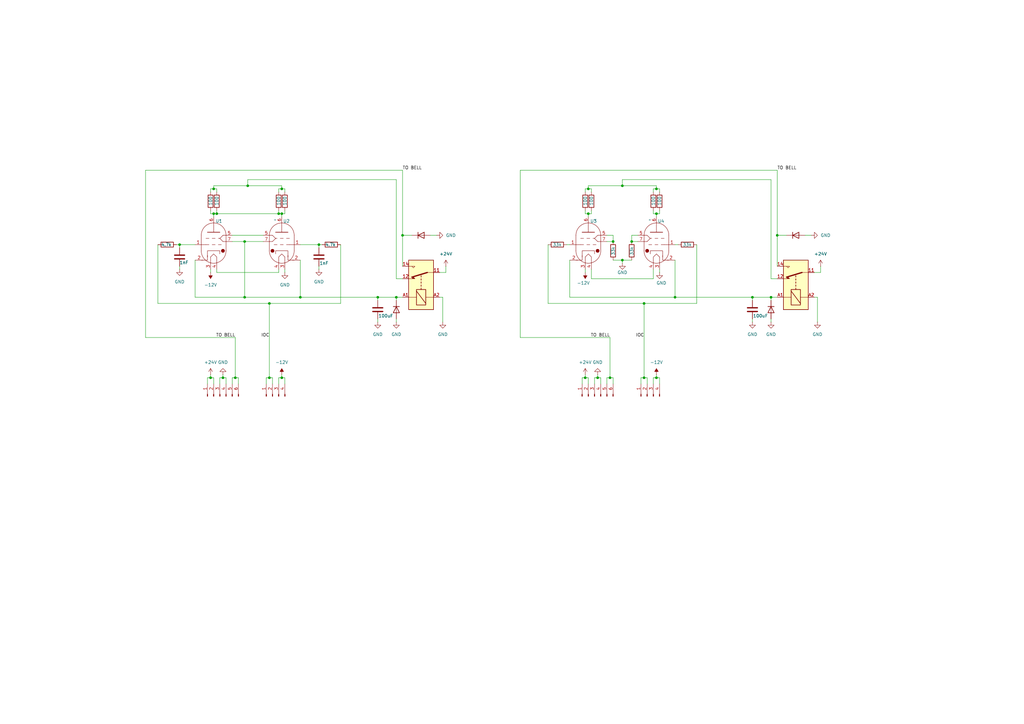
<source format=kicad_sch>
(kicad_sch (version 20250114) (generator "eeschema") (generator_version "9.0")
  (paper "A3")
  (lib_symbols
    (symbol "Connector:Conn_01x04_Pin" (pin_names (offset 1.016) (hide yes))
      (property "Reference" "J" (at 0 5.08 0))
      (property "Value" "Conn_01x04_Pin" (at 0 -7.62 0))
      (symbol "Conn_01x04_Pin_1_1"
        (rectangle (start 0.8636 2.667) (end 0 2.413) (stroke (width 0.1524)) (fill (type outline)))
        (rectangle (start 0.8636 0.127) (end 0 -0.127) (stroke (width 0.1524)) (fill (type outline)))
        (rectangle (start 0.8636 -2.413) (end 0 -2.667) (stroke (width 0.1524)) (fill (type outline)))
        (rectangle (start 0.8636 -4.953) (end 0 -5.207) (stroke (width 0.1524)) (fill (type outline)))
        (polyline (pts (xy 1.27 2.54) (xy 0.8636 2.54)) (stroke (width 0.1524)))
        (polyline (pts (xy 1.27 0) (xy 0.8636 0)) (stroke (width 0.1524)))
        (polyline (pts (xy 1.27 -2.54) (xy 0.8636 -2.54)) (stroke (width 0.1524)))
        (polyline (pts (xy 1.27 -5.08) (xy 0.8636 -5.08)) (stroke (width 0.1524)))
        (pin passive line (at 5.08 2.54 180) (length 3.81) (name "Pin_1") (number "1"))
        (pin passive line (at 5.08 0 180) (length 3.81) (name "Pin_2") (number "2"))
        (pin passive line (at 5.08 -2.54 180) (length 3.81) (name "Pin_3") (number "3"))
        (pin passive line (at 5.08 -5.08 180) (length 3.81) (name "Pin_4") (number "4"))
      )
    )
    (symbol "Connector:Conn_01x06_Pin" (pin_names (offset 1.016) (hide yes))
      (property "Reference" "J" (at 0 7.62 0))
      (property "Value" "Conn_01x06_Pin" (at 0 -10.16 0))
      (symbol "Conn_01x06_Pin_1_1"
        (rectangle (start 0.8636 5.207) (end 0 4.953) (stroke (width 0.1524)) (fill (type outline)))
        (rectangle (start 0.8636 2.667) (end 0 2.413) (stroke (width 0.1524)) (fill (type outline)))
        (rectangle (start 0.8636 0.127) (end 0 -0.127) (stroke (width 0.1524)) (fill (type outline)))
        (rectangle (start 0.8636 -2.413) (end 0 -2.667) (stroke (width 0.1524)) (fill (type outline)))
        (rectangle (start 0.8636 -4.953) (end 0 -5.207) (stroke (width 0.1524)) (fill (type outline)))
        (rectangle (start 0.8636 -7.493) (end 0 -7.747) (stroke (width 0.1524)) (fill (type outline)))
        (polyline (pts (xy 1.27 5.08) (xy 0.8636 5.08)) (stroke (width 0.1524)))
        (polyline (pts (xy 1.27 2.54) (xy 0.8636 2.54)) (stroke (width 0.1524)))
        (polyline (pts (xy 1.27 0) (xy 0.8636 0)) (stroke (width 0.1524)))
        (polyline (pts (xy 1.27 -2.54) (xy 0.8636 -2.54)) (stroke (width 0.1524)))
        (polyline (pts (xy 1.27 -5.08) (xy 0.8636 -5.08)) (stroke (width 0.1524)))
        (polyline (pts (xy 1.27 -7.62) (xy 0.8636 -7.62)) (stroke (width 0.1524)))
        (pin passive line (at 5.08 5.08 180) (length 3.81) (name "Pin_1") (number "1"))
        (pin passive line (at 5.08 2.54 180) (length 3.81) (name "Pin_2") (number "2"))
        (pin passive line (at 5.08 0 180) (length 3.81) (name "Pin_3") (number "3"))
        (pin passive line (at 5.08 -2.54 180) (length 3.81) (name "Pin_4") (number "4"))
        (pin passive line (at 5.08 -5.08 180) (length 3.81) (name "Pin_5") (number "5"))
        (pin passive line (at 5.08 -7.62 180) (length 3.81) (name "Pin_6") (number "6"))
      )
    )
    (symbol "Device:C" (pin_numbers (hide yes)) (pin_names (offset 0.254))
      (property "Reference" "C" (at 0.635 2.54 0))
      (property "Value" "C" (at 0.635 -2.54 0))
      (symbol "C_0_1"
        (polyline (pts (xy -2.032 0.762) (xy 2.032 0.762)) (stroke (width 0.508)))
        (polyline (pts (xy -2.032 -0.762) (xy 2.032 -0.762)) (stroke (width 0.508)))
      )
      (symbol "C_1_1"
        (pin passive line (at 0 3.81 270) (length 2.794) (name "~") (number "1"))
        (pin passive line (at 0 -3.81 90) (length 2.794) (name "~") (number "2"))
      )
    )
    (symbol "Device:D" (pin_numbers (hide yes)) (pin_names (offset 1.016) (hide yes))
      (property "Reference" "D" (at 0 2.54 0))
      (property "Value" "D" (at 0 -2.54 0))
      (symbol "D_0_1"
        (polyline (pts (xy -1.27 1.27) (xy -1.27 -1.27)) (stroke (width 0.254)))
        (polyline (pts (xy 1.27 1.27) (xy 1.27 -1.27) (xy -1.27 0) (xy 1.27 1.27)) (stroke (width 0.254)))
        (polyline (pts (xy 1.27 0) (xy -1.27 0)))
      )
      (symbol "D_1_1"
        (pin passive line (at -3.81 0 0) (length 2.54) (name "K") (number "1"))
        (pin passive line (at 3.81 0 180) (length 2.54) (name "A") (number "2"))
      )
    )
    (symbol "Device:R" (pin_numbers (hide yes)) (pin_names (offset 0))
      (property "Reference" "R" (at 2.032 0 90))
      (property "Value" "R" (at 0 0 90))
      (symbol "R_0_1"
        (rectangle (start -1.016 -2.54) (end 1.016 2.54) (stroke (width 0.254)))
      )
      (symbol "R_1_1"
        (pin passive line (at 0 3.81 270) (length 1.27) (name "~") (number "1"))
        (pin passive line (at 0 -3.81 90) (length 1.27) (name "~") (number "2"))
      )
    )
    (symbol "Relay:Fujitsu_FTR-LYCA005x"
      (property "Reference" "K" (at 11.43 3.81 0))
      (property "Value" "Fujitsu_FTR-LYCA005x" (at 11.43 1.27 0))
      (symbol "Fujitsu_FTR-LYCA005x_0_0"
        (polyline (pts (xy 7.62 5.08) (xy 7.62 2.54) (xy 6.985 3.175) (xy 7.62 3.81)))
      )
      (symbol "Fujitsu_FTR-LYCA005x_0_1"
        (rectangle (start -10.16 5.08) (end 10.16 -5.08) (stroke (width 0.254)) (fill (type background)))
        (rectangle (start -8.255 1.905) (end -1.905 -1.905) (stroke (width 0.254)))
        (polyline (pts (xy -7.62 -1.905) (xy -2.54 1.905)) (stroke (width 0.254)))
        (polyline (pts (xy -5.08 5.08) (xy -5.08 1.905)))
        (polyline (pts (xy -5.08 -5.08) (xy -5.08 -1.905)))
        (polyline (pts (xy -1.905 0) (xy -1.27 0)) (stroke (width 0.254)))
        (polyline (pts (xy -0.635 0) (xy 0 0)) (stroke (width 0.254)))
        (polyline (pts (xy 0.635 0) (xy 1.27 0)) (stroke (width 0.254)))
        (polyline (pts (xy 1.905 0) (xy 2.54 0)) (stroke (width 0.254)))
        (polyline (pts (xy 2.54 5.08) (xy 2.54 2.54) (xy 3.175 3.175) (xy 2.54 3.81)) (fill (type outline)))
        (polyline (pts (xy 3.175 0) (xy 3.81 0)) (stroke (width 0.254)))
        (polyline (pts (xy 5.08 -2.54) (xy 3.175 3.81)) (stroke (width 0.508)))
        (polyline (pts (xy 5.08 -2.54) (xy 5.08 -5.08)))
      )
      (symbol "Fujitsu_FTR-LYCA005x_1_1"
        (pin passive line (at -5.08 7.62 270) (length 2.54) (name "~") (number "A1"))
        (pin passive line (at -5.08 -7.62 90) (length 2.54) (name "~") (number "A2"))
        (pin passive line (at 2.54 7.62 270) (length 2.54) (name "~") (number "12"))
        (pin passive line (at 5.08 -7.62 90) (length 2.54) (name "~") (number "11"))
        (pin passive line (at 7.62 7.62 270) (length 2.54) (name "~") (number "14"))
      )
    )
    (symbol "User:2D21" (pin_names (hide yes))
      (property "Reference" "U" (at -2.54 3.81 0))
      (symbol "2D21_0_1"
        (polyline (pts (xy -5.08 2.54) (xy -5.08 -3.81) (xy -5.08 -3.81)))
        (polyline (pts (xy -2.54 -6.35) (xy -2.54 -3.81) (xy 2.54 -3.81) (xy 2.54 -5.08)))
        (polyline (pts (xy -1.27 -6.35) (xy -1.27 -8.89)))
        (polyline (pts (xy -1.27 -6.35) (xy 0 -5.08) (xy 1.27 -6.35) (xy 1.27 -8.89)))
        (arc (start -5.08 2.54) (mid 0 7.5979) (end 5.08 2.54))
        (arc (start 5.08 -3.81) (mid 0 -8.8679) (end -5.08 -3.81))
        (polyline (pts (xy 5.08 -3.81) (xy 5.08 2.54) (xy 5.08 2.54)))
      )
      (symbol "2D21_1_0"
        (polyline (pts (xy -5.08 -1.27) (xy -3.175 -1.27)))
        (polyline (pts (xy -2.54 -5.715) (xy -2.54 -7.62)))
        (polyline (pts (xy -1.905 1.27) (xy -3.175 1.27)) (stroke (width 0.1524)))
        (polyline (pts (xy -0.635 -1.27) (xy 0.635 -1.27)) (stroke (width 0.1524)))
        (polyline (pts (xy 0 3.81) (xy 0 7.62)))
        (polyline (pts (xy 0.635 1.27) (xy -0.635 1.27)) (stroke (width 0.1524)))
        (polyline (pts (xy 1.905 -1.27) (xy 3.175 -1.27)) (stroke (width 0.1524)))
        (polyline (pts (xy 3.81 2.54) (xy 2.54 1.27)))
        (polyline (pts (xy 3.81 0) (xy 2.54 1.27)))
      )
      (symbol "2D21_1_1"
        (polyline (pts (xy -2.54 3.81) (xy 2.54 3.81) (xy 1.27 3.81)) (stroke (width 0.254)))
        (polyline (pts (xy -2.54 -7.62) (xy -5.08 -7.62)))
        (polyline (pts (xy -1.905 -1.27) (xy -3.175 -1.27)) (stroke (width 0.1524)))
        (polyline (pts (xy 1.905 1.27) (xy 2.54 1.27)) (stroke (width 0.1524)))
        (polyline (pts (xy 3.81 2.54) (xy 5.08 2.54)))
        (polyline (pts (xy 3.81 0) (xy 5.08 0)))
        (circle (center 3.81 -3.81) (radius 0.0001) (stroke (width 0.762)))
        (pin input line (at -7.62 -1.27 0) (length 2.54) (name "G1") (number "1"))
        (pin output line (at -7.62 -7.62 0) (length 3.302) (name "K") (number "2"))
        (pin power_in line (at -1.27 -11.43 90) (length 2.54) (name "F") (number "3"))
        (pin output line (at 0 10.16 270) (length 2.54) (name "A") (number "6"))
        (pin power_in line (at 1.27 -11.43 90) (length 2.54) (name "F") (number "4"))
        (pin input line (at 7.62 2.54 180) (length 2.54) (name "G2") (number "5"))
        (pin input line (at 7.62 0 180) (length 2.54) (name "G2") (number "7"))
      )
    )
    (symbol "power:+24V" (power) (pin_numbers (hide yes)) (pin_names (offset 0) (hide yes))
      (property "Value" "+24V" (at 0 3.556 0))
      (symbol "+24V_0_1"
        (polyline (pts (xy -0.762 1.27) (xy 0 2.54)))
        (polyline (pts (xy 0 2.54) (xy 0.762 1.27)))
        (polyline (pts (xy 0 0) (xy 0 2.54)))
      )
      (symbol "+24V_1_1"
        (pin power_in line (at 0 0 90) (length 0) (name "~") (number "1"))
      )
    )
    (symbol "power:-12V" (power) (pin_numbers (hide yes)) (pin_names (offset 0) (hide yes))
      (property "Value" "-12V" (at 0 3.556 0))
      (symbol "-12V_0_0"
        (pin power_in line (at 0 0 90) (length 0) (name "~") (number "1"))
      )
      (symbol "-12V_0_1"
        (polyline (pts (xy 0 0) (xy 0 1.27) (xy 0.762 1.27) (xy 0 2.54) (xy -0.762 1.27) (xy 0 1.27)) (fill (type outline)))
      )
    )
    (symbol "power:GND" (power) (pin_numbers (hide yes)) (pin_names (offset 0) (hide yes))
      (property "Value" "GND" (at 0 -3.81 0))
      (symbol "GND_0_1"
        (polyline (pts (xy 0 0) (xy 0 -1.27) (xy 1.27 -1.27) (xy 0 -2.54) (xy -1.27 -1.27) (xy 0 -1.27)))
      )
      (symbol "GND_1_1"
        (pin power_in line (at 0 0 270) (length 0) (name "~") (number "1"))
      )
    )
  )
  (junction (at 269.24 87.63))
  (junction (at 87.63 87.63))
  (junction (at 115.57 77.47))
  (junction (at 240.03 154.94))
  (junction (at 165.1 96.52))
  (junction (at 308.61 121.92))
  (junction (at 318.77 96.52))
  (junction (at 245.11 154.94))
  (junction (at 100.33 121.92))
  (junction (at 255.27 106.68))
  (junction (at 88.9 87.63))
  (junction (at 154.94 121.92))
  (junction (at 269.24 154.94))
  (junction (at 114.3 87.63))
  (junction (at 269.24 77.47))
  (junction (at 73.66 100.33))
  (junction (at 241.3 87.63))
  (junction (at 264.16 124.46))
  (junction (at 96.52 154.94))
  (junction (at 86.36 154.94))
  (junction (at 162.56 121.92))
  (junction (at 110.49 154.94))
  (junction (at 130.81 100.33))
  (junction (at 115.57 87.63))
  (junction (at 316.23 121.92))
  (junction (at 123.19 121.92))
  (junction (at 87.63 77.47))
  (junction (at 251.46 99.06))
  (junction (at 91.44 154.94))
  (junction (at 276.86 121.92))
  (junction (at 100.33 99.06))
  (junction (at 101.6 76.2))
  (junction (at 250.19 154.94))
  (junction (at 110.49 124.46))
  (junction (at 255.27 76.2))
  (junction (at 241.3 77.47))
  (junction (at 259.08 99.06))
  (junction (at 115.57 154.94))
  (junction (at 264.16 154.94))
  (wire (pts (xy 267.97 77.47) (xy 269.24 77.47)))
  (wire (pts (xy 101.6 76.2) (xy 115.57 76.2)))
  (wire (pts (xy 114.3 87.63) (xy 114.3 86.36)))
  (wire (pts (xy 90.17 157.48) (xy 90.17 154.94)))
  (wire (pts (xy 80.01 121.92) (xy 100.33 121.92)))
  (wire (pts (xy 242.57 77.47) (xy 242.57 78.74)))
  (wire (pts (xy 86.36 87.63) (xy 87.63 87.63)))
  (wire (pts (xy 88.9 87.63) (xy 114.3 87.63)))
  (wire (pts (xy 86.36 153.67) (xy 86.36 154.94)))
  (wire (pts (xy 95.25 157.48) (xy 95.25 154.94)))
  (wire (pts (xy 240.03 87.63) (xy 241.3 87.63)))
  (wire (pts (xy 115.57 77.47) (xy 116.84 77.47)))
  (wire (pts (xy 87.63 154.94) (xy 87.63 157.48)))
  (wire (pts (xy 224.79 100.33) (xy 224.79 124.46)))
  (wire (pts (xy 87.63 87.63) (xy 88.9 87.63)))
  (wire (pts (xy 242.57 114.3) (xy 267.97 114.3)))
  (wire (pts (xy 96.52 138.43) (xy 96.52 154.94)))
  (wire (pts (xy 308.61 121.92) (xy 316.23 121.92)))
  (wire (pts (xy 318.77 96.52) (xy 318.77 109.22)))
  (wire (pts (xy 139.7 124.46) (xy 139.7 100.33)))
  (wire (pts (xy 114.3 157.48) (xy 114.3 154.94)))
  (wire (pts (xy 240.03 110.49) (xy 240.03 111.76)))
  (wire (pts (xy 262.89 154.94) (xy 264.16 154.94)))
  (wire (pts (xy 80.01 106.68) (xy 80.01 121.92)))
  (wire (pts (xy 335.28 121.92) (xy 334.01 121.92)))
  (wire (pts (xy 248.92 154.94) (xy 250.19 154.94)))
  (wire (pts (xy 165.1 114.3) (xy 162.56 114.3)))
  (wire (pts (xy 336.55 109.22) (xy 336.55 111.76)))
  (wire (pts (xy 248.92 157.48) (xy 248.92 154.94)))
  (wire (pts (xy 165.1 69.85) (xy 165.1 96.52)))
  (wire (pts (xy 100.33 99.06) (xy 107.95 99.06)))
  (wire (pts (xy 165.1 69.85) (xy 59.69 69.85)))
  (wire (pts (xy 115.57 87.63) (xy 114.3 87.63)))
  (wire (pts (xy 123.19 106.68) (xy 123.19 121.92)))
  (wire (pts (xy 73.66 100.33) (xy 80.01 100.33)))
  (wire (pts (xy 264.16 124.46) (xy 264.16 154.94)))
  (wire (pts (xy 100.33 121.92) (xy 123.19 121.92)))
  (wire (pts (xy 87.63 77.47) (xy 88.9 77.47)))
  (wire (pts (xy 165.1 96.52) (xy 165.1 109.22)))
  (wire (pts (xy 270.51 110.49) (xy 270.51 111.76)))
  (wire (pts (xy 255.27 76.2) (xy 269.24 76.2)))
  (wire (pts (xy 316.23 121.92) (xy 316.23 123.19)))
  (wire (pts (xy 162.56 73.66) (xy 162.56 114.3)))
  (wire (pts (xy 269.24 76.2) (xy 269.24 77.47)))
  (wire (pts (xy 242.57 87.63) (xy 242.57 86.36)))
  (wire (pts (xy 318.77 69.85) (xy 213.36 69.85)))
  (wire (pts (xy 90.17 154.94) (xy 91.44 154.94)))
  (wire (pts (xy 240.03 78.74) (xy 240.03 77.47)))
  (wire (pts (xy 232.41 100.33) (xy 233.68 100.33)))
  (wire (pts (xy 285.75 124.46) (xy 285.75 100.33)))
  (wire (pts (xy 261.62 96.52) (xy 259.08 96.52)))
  (wire (pts (xy 95.25 99.06) (xy 100.33 99.06)))
  (wire (pts (xy 96.52 154.94) (xy 97.79 154.94)))
  (wire (pts (xy 111.76 154.94) (xy 111.76 157.48)))
  (wire (pts (xy 240.03 154.94) (xy 241.3 154.94)))
  (wire (pts (xy 87.63 87.63) (xy 87.63 88.9)))
  (wire (pts (xy 86.36 78.74) (xy 86.36 77.47)))
  (wire (pts (xy 318.77 114.3) (xy 316.23 114.3)))
  (wire (pts (xy 154.94 121.92) (xy 154.94 123.19)))
  (wire (pts (xy 91.44 153.67) (xy 91.44 154.94)))
  (wire (pts (xy 88.9 87.63) (xy 88.9 86.36)))
  (wire (pts (xy 267.97 154.94) (xy 269.24 154.94)))
  (wire (pts (xy 213.36 138.43) (xy 250.19 138.43)))
  (wire (pts (xy 181.61 132.08) (xy 181.61 121.92)))
  (wire (pts (xy 116.84 86.36) (xy 116.84 87.63)))
  (wire (pts (xy 162.56 130.81) (xy 162.56 132.08)))
  (wire (pts (xy 276.86 100.33) (xy 278.13 100.33)))
  (wire (pts (xy 246.38 154.94) (xy 246.38 157.48)))
  (wire (pts (xy 130.81 100.33) (xy 132.08 100.33)))
  (wire (pts (xy 255.27 106.68) (xy 251.46 106.68)))
  (wire (pts (xy 276.86 106.68) (xy 276.86 121.92)))
  (wire (pts (xy 88.9 77.47) (xy 88.9 78.74)))
  (wire (pts (xy 86.36 110.49) (xy 86.36 111.76)))
  (wire (pts (xy 100.33 99.06) (xy 100.33 121.92)))
  (wire (pts (xy 123.19 121.92) (xy 154.94 121.92)))
  (wire (pts (xy 154.94 121.92) (xy 162.56 121.92)))
  (wire (pts (xy 95.25 154.94) (xy 96.52 154.94)))
  (wire (pts (xy 336.55 111.76) (xy 334.01 111.76)))
  (wire (pts (xy 116.84 87.63) (xy 115.57 87.63)))
  (wire (pts (xy 123.19 100.33) (xy 130.81 100.33)))
  (wire (pts (xy 270.51 87.63) (xy 269.24 87.63)))
  (wire (pts (xy 318.77 96.52) (xy 322.58 96.52)))
  (wire (pts (xy 64.77 100.33) (xy 64.77 124.46)))
  (wire (pts (xy 115.57 154.94) (xy 116.84 154.94)))
  (wire (pts (xy 88.9 110.49) (xy 88.9 111.76)))
  (wire (pts (xy 251.46 96.52) (xy 251.46 99.06)))
  (wire (pts (xy 316.23 73.66) (xy 255.27 73.66)))
  (wire (pts (xy 255.27 73.66) (xy 255.27 76.2)))
  (wire (pts (xy 115.57 153.67) (xy 115.57 154.94)))
  (wire (pts (xy 59.69 138.43) (xy 96.52 138.43)))
  (wire (pts (xy 110.49 124.46) (xy 110.49 154.94)))
  (wire (pts (xy 250.19 154.94) (xy 251.46 154.94)))
  (wire (pts (xy 110.49 154.94) (xy 111.76 154.94)))
  (wire (pts (xy 213.36 69.85) (xy 213.36 138.43)))
  (wire (pts (xy 59.69 69.85) (xy 59.69 138.43)))
  (wire (pts (xy 162.56 121.92) (xy 162.56 123.19)))
  (wire (pts (xy 267.97 157.48) (xy 267.97 154.94)))
  (wire (pts (xy 245.11 153.67) (xy 245.11 154.94)))
  (wire (pts (xy 85.09 154.94) (xy 86.36 154.94)))
  (wire (pts (xy 251.46 154.94) (xy 251.46 157.48)))
  (wire (pts (xy 88.9 111.76) (xy 114.3 111.76)))
  (wire (pts (xy 243.84 154.94) (xy 245.11 154.94)))
  (wire (pts (xy 91.44 154.94) (xy 92.71 154.94)))
  (wire (pts (xy 240.03 86.36) (xy 240.03 87.63)))
  (wire (pts (xy 269.24 88.9) (xy 269.24 87.63)))
  (wire (pts (xy 154.94 130.81) (xy 154.94 132.08)))
  (wire (pts (xy 259.08 99.06) (xy 261.62 99.06)))
  (wire (pts (xy 242.57 110.49) (xy 242.57 114.3)))
  (wire (pts (xy 182.88 109.22) (xy 182.88 111.76)))
  (wire (pts (xy 269.24 153.67) (xy 269.24 154.94)))
  (wire (pts (xy 250.19 138.43) (xy 250.19 154.94)))
  (wire (pts (xy 73.66 100.33) (xy 73.66 101.6)))
  (wire (pts (xy 162.56 73.66) (xy 101.6 73.66)))
  (wire (pts (xy 240.03 77.47) (xy 241.3 77.47)))
  (wire (pts (xy 86.36 86.36) (xy 86.36 87.63)))
  (wire (pts (xy 318.77 69.85) (xy 318.77 96.52)))
  (wire (pts (xy 255.27 106.68) (xy 259.08 106.68)))
  (wire (pts (xy 240.03 153.67) (xy 240.03 154.94)))
  (wire (pts (xy 264.16 124.46) (xy 285.75 124.46)))
  (wire (pts (xy 115.57 76.2) (xy 115.57 77.47)))
  (wire (pts (xy 109.22 154.94) (xy 110.49 154.94)))
  (wire (pts (xy 308.61 121.92) (xy 308.61 123.19)))
  (wire (pts (xy 316.23 73.66) (xy 316.23 114.3)))
  (wire (pts (xy 241.3 76.2) (xy 255.27 76.2)))
  (wire (pts (xy 97.79 154.94) (xy 97.79 157.48)))
  (wire (pts (xy 335.28 132.08) (xy 335.28 121.92)))
  (wire (pts (xy 270.51 86.36) (xy 270.51 87.63)))
  (wire (pts (xy 165.1 96.52) (xy 168.91 96.52)))
  (wire (pts (xy 114.3 77.47) (xy 115.57 77.47)))
  (wire (pts (xy 316.23 121.92) (xy 318.77 121.92)))
  (wire (pts (xy 241.3 76.2) (xy 241.3 77.47)))
  (wire (pts (xy 255.27 107.95) (xy 255.27 106.68)))
  (wire (pts (xy 101.6 73.66) (xy 101.6 76.2)))
  (wire (pts (xy 267.97 114.3) (xy 267.97 110.49)))
  (wire (pts (xy 162.56 121.92) (xy 165.1 121.92)))
  (wire (pts (xy 270.51 154.94) (xy 270.51 157.48)))
  (wire (pts (xy 267.97 87.63) (xy 267.97 86.36)))
  (wire (pts (xy 116.84 77.47) (xy 116.84 78.74)))
  (wire (pts (xy 130.81 109.22) (xy 130.81 110.49)))
  (wire (pts (xy 238.76 157.48) (xy 238.76 154.94)))
  (wire (pts (xy 73.66 109.22) (xy 73.66 110.49)))
  (wire (pts (xy 95.25 96.52) (xy 107.95 96.52)))
  (wire (pts (xy 115.57 88.9) (xy 115.57 87.63)))
  (wire (pts (xy 114.3 78.74) (xy 114.3 77.47)))
  (wire (pts (xy 233.68 121.92) (xy 276.86 121.92)))
  (wire (pts (xy 316.23 130.81) (xy 316.23 132.08)))
  (wire (pts (xy 114.3 111.76) (xy 114.3 110.49)))
  (wire (pts (xy 241.3 87.63) (xy 241.3 88.9)))
  (wire (pts (xy 87.63 76.2) (xy 101.6 76.2)))
  (wire (pts (xy 92.71 154.94) (xy 92.71 157.48)))
  (wire (pts (xy 308.61 130.81) (xy 308.61 132.08)))
  (wire (pts (xy 248.92 96.52) (xy 251.46 96.52)))
  (wire (pts (xy 267.97 78.74) (xy 267.97 77.47)))
  (wire (pts (xy 259.08 96.52) (xy 259.08 99.06)))
  (wire (pts (xy 86.36 77.47) (xy 87.63 77.47)))
  (wire (pts (xy 182.88 111.76) (xy 180.34 111.76)))
  (wire (pts (xy 243.84 157.48) (xy 243.84 154.94)))
  (wire (pts (xy 87.63 76.2) (xy 87.63 77.47)))
  (wire (pts (xy 110.49 124.46) (xy 139.7 124.46)))
  (wire (pts (xy 114.3 154.94) (xy 115.57 154.94)))
  (wire (pts (xy 86.36 154.94) (xy 87.63 154.94)))
  (wire (pts (xy 269.24 87.63) (xy 267.97 87.63)))
  (wire (pts (xy 116.84 154.94) (xy 116.84 157.48)))
  (wire (pts (xy 276.86 121.92) (xy 308.61 121.92)))
  (wire (pts (xy 130.81 100.33) (xy 130.81 101.6)))
  (wire (pts (xy 269.24 154.94) (xy 270.51 154.94)))
  (wire (pts (xy 241.3 77.47) (xy 242.57 77.47)))
  (wire (pts (xy 330.2 96.52) (xy 332.74 96.52)))
  (wire (pts (xy 176.53 96.52) (xy 179.07 96.52)))
  (wire (pts (xy 224.79 124.46) (xy 264.16 124.46)))
  (wire (pts (xy 116.84 110.49) (xy 116.84 111.76)))
  (wire (pts (xy 238.76 154.94) (xy 240.03 154.94)))
  (wire (pts (xy 270.51 77.47) (xy 270.51 78.74)))
  (wire (pts (xy 85.09 157.48) (xy 85.09 154.94)))
  (wire (pts (xy 269.24 77.47) (xy 270.51 77.47)))
  (wire (pts (xy 262.89 157.48) (xy 262.89 154.94)))
  (wire (pts (xy 248.92 99.06) (xy 251.46 99.06)))
  (wire (pts (xy 72.39 100.33) (xy 73.66 100.33)))
  (wire (pts (xy 181.61 121.92) (xy 180.34 121.92)))
  (wire (pts (xy 264.16 154.94) (xy 265.43 154.94)))
  (wire (pts (xy 64.77 124.46) (xy 110.49 124.46)))
  (wire (pts (xy 233.68 106.68) (xy 233.68 121.92)))
  (wire (pts (xy 241.3 154.94) (xy 241.3 157.48)))
  (wire (pts (xy 241.3 87.63) (xy 242.57 87.63)))
  (wire (pts (xy 245.11 154.94) (xy 246.38 154.94)))
  (wire (pts (xy 265.43 154.94) (xy 265.43 157.48)))
  (wire (pts (xy 109.22 157.48) (xy 109.22 154.94)))
  (label "TO BELL" (at 250.19 138.43 180))
  (label "TO BELL" (at 96.52 138.43 180))
  (label "TO BELL" (at 318.77 69.85 0))
  (label "TO BELL" (at 165.1 69.85 0))
  (label "IOC" (at 264.16 138.43 180))
  (label "IOC" (at 110.49 138.43 180))
  (symbol (lib_id "Device:R") (at 116.84 82.55 0) (unit 1)
    (property "Reference" "R4" (effects (hide yes)))
    (property "Value" "100" (at 116.84 84.328 90) (effects (justify left)))
    (property "Description" "Resistor" (effects (hide yes)))
  )
  (symbol (lib_id "power:GND") (at 130.81 110.49 0) (unit 1)
    (property "Reference" "#PWR011" (effects (hide yes)))
    (property "Value" "GND" (at 130.81 115.57 0))
    (property "Description" "Power symbol creates a global label with name \"GND\" , ground" (effects (hide yes)))
  )
  (symbol (lib_id "power:GND") (at 255.27 107.95 0) (unit 1)
    (property "Reference" "#PWR019" (effects (hide yes)))
    (property "Value" "GND" (at 255.27 111.76 0))
    (property "Description" "Power symbol creates a global label with name \"GND\" , ground" (effects (hide yes)))
  )
  (symbol (lib_id "power:GND") (at 181.61 132.08 0) (unit 1)
    (property "Reference" "#PWR04" (effects (hide yes)))
    (property "Value" "GND" (at 181.61 137.16 0))
    (property "Description" "Power symbol creates a global label with name \"GND\" , ground" (effects (hide yes)))
  )
  (symbol (lib_id "Device:R") (at 114.3 82.55 0) (unit 1)
    (property "Reference" "R3" (effects (hide yes)))
    (property "Value" "100" (at 114.3 84.328 90) (effects (justify left)))
    (property "Description" "Resistor" (effects (hide yes)))
  )
  (symbol (lib_id "Connector:Conn_01x04_Pin") (at 111.76 162.56 90) (unit 1)
    (property "Reference" "J2" (effects (hide yes)))
    (property "Value" "Conn_01x04_Pin" (effects (hide yes)))
    (property "Description" "Generic connector, single row, 01x04, script generated" (effects (hide yes)))
  )
  (symbol (lib_id "Device:R") (at 242.57 82.55 0) (unit 1)
    (property "Reference" "R9" (effects (hide yes)))
    (property "Value" "100" (at 242.57 84.328 90) (effects (justify left)))
    (property "Description" "Resistor" (effects (hide yes)))
  )
  (symbol (lib_id "Device:R") (at 259.08 102.87 180) (unit 1)
    (property "Reference" "R14" (effects (hide yes)))
    (property "Value" "33k" (at 259.08 101.092 90) (effects (justify left)))
    (property "Description" "Resistor" (effects (hide yes)))
  )
  (symbol (lib_id "User:2D21") (at 241.3 99.06 0) (unit 1)
    (property "Reference" "U3" (at 242.062 90.678 0) (effects (justify left)))
    (property "Value" "~" (at 243.4433 90.17 0) (effects (justify left)))
  )
  (symbol (lib_id "Device:C") (at 154.94 127 0) (unit 1)
    (property "Reference" "C1" (effects (hide yes)))
    (property "Value" "100uF" (at 155.194 129.54 0) (effects (justify left)))
    (property "Description" "Unpolarized capacitor" (effects (hide yes)))
  )
  (symbol (lib_id "power:GND") (at 308.61 132.08 0) (unit 1)
    (property "Reference" "#PWR020" (effects (hide yes)))
    (property "Value" "GND" (at 308.61 137.16 0))
    (property "Description" "Power symbol creates a global label with name \"GND\" , ground" (effects (hide yes)))
  )
  (symbol (lib_id "Device:R") (at 228.6 100.33 90) (unit 1)
    (property "Reference" "R7" (effects (hide yes)))
    (property "Value" "33k" (at 230.378 100.33 90) (effects (justify left)))
    (property "Description" "Resistor" (effects (hide yes)))
  )
  (symbol (lib_id "Device:C") (at 73.66 105.41 0) (unit 1)
    (property "Reference" "C3" (effects (hide yes)))
    (property "Value" "1nF" (at 73.66 107.696 0) (effects (justify left)))
    (property "Description" "Unpolarized capacitor" (effects (hide yes)))
  )
  (symbol (lib_id "Device:R") (at 240.03 82.55 0) (unit 1)
    (property "Reference" "R8" (effects (hide yes)))
    (property "Value" "100" (at 240.03 84.328 90) (effects (justify left)))
    (property "Description" "Resistor" (effects (hide yes)))
  )
  (symbol (lib_id "power:GND") (at 162.56 132.08 0) (unit 1)
    (property "Reference" "#PWR010" (effects (hide yes)))
    (property "Value" "GND" (at 162.56 137.16 0))
    (property "Description" "Power symbol creates a global label with name \"GND\" , ground" (effects (hide yes)))
  )
  (symbol (lib_id "power:-12V") (at 269.24 153.67 0) (unit 1)
    (property "Reference" "#PWR017" (effects (hide yes)))
    (property "Value" "-12V" (at 269.24 148.59 0))
    (property "Description" "Power symbol creates a global label with name \"-12V\"" (effects (hide yes)))
  )
  (symbol (lib_id "Device:D") (at 316.23 127 270) (unit 1)
    (property "Reference" "D3" (effects (hide yes)))
    (property "Value" "D" (effects (hide yes)))
    (property "Description" "Diode" (effects (hide yes)))
    (property "Sim.Device" "D" (effects (hide yes)))
    (property "Sim.Pins" "1=K 2=A" (effects (hide yes)))
  )
  (symbol (lib_id "User:2D21") (at 115.57 99.06 0) (mirror y) (unit 1)
    (property "Reference" "U2" (at 118.872 90.678 0) (effects (justify left)))
    (property "Value" "~" (at 113.4267 90.17 0) (effects (justify left)))
  )
  (symbol (lib_id "power:+24V") (at 240.03 153.67 0) (unit 1)
    (property "Reference" "#PWR015" (effects (hide yes)))
    (property "Value" "+24V" (at 240.03 148.59 0))
    (property "Description" "Power symbol creates a global label with name \"+24V\"" (effects (hide yes)))
  )
  (symbol (lib_id "Connector:Conn_01x04_Pin") (at 265.43 162.56 90) (unit 1)
    (property "Reference" "J4" (effects (hide yes)))
    (property "Value" "Conn_01x04_Pin" (effects (hide yes)))
    (property "Description" "Generic connector, single row, 01x04, script generated" (effects (hide yes)))
  )
  (symbol (lib_id "power:+24V") (at 182.88 109.22 0) (unit 1)
    (property "Reference" "#PWR01" (effects (hide yes)))
    (property "Value" "+24V" (at 182.88 104.14 0))
    (property "Description" "Power symbol creates a global label with name \"+24V\"" (effects (hide yes)))
  )
  (symbol (lib_id "power:+24V") (at 336.55 109.22 0) (unit 1)
    (property "Reference" "#PWR024" (effects (hide yes)))
    (property "Value" "+24V" (at 336.55 104.14 0))
    (property "Description" "Power symbol creates a global label with name \"+24V\"" (effects (hide yes)))
  )
  (symbol (lib_id "Connector:Conn_01x06_Pin") (at 90.17 162.56 90) (unit 1)
    (property "Reference" "J1" (effects (hide yes)))
    (property "Value" "Conn_01x06_Pin" (effects (hide yes)))
    (property "Description" "Generic connector, single row, 01x06, script generated" (effects (hide yes)))
  )
  (symbol (lib_id "power:GND") (at 335.28 132.08 0) (unit 1)
    (property "Reference" "#PWR023" (effects (hide yes)))
    (property "Value" "GND" (at 335.28 137.16 0))
    (property "Description" "Power symbol creates a global label with name \"GND\" , ground" (effects (hide yes)))
  )
  (symbol (lib_id "Device:C") (at 130.81 105.41 0) (unit 1)
    (property "Reference" "C2" (effects (hide yes)))
    (property "Value" "1nF" (at 131.064 107.95 0) (effects (justify left)))
    (property "Description" "Unpolarized capacitor" (effects (hide yes)))
  )
  (symbol (lib_id "Relay:Fujitsu_FTR-LYCA005x") (at 326.39 116.84 90) (unit 1)
    (property "Reference" "K2" (effects (hide yes)))
    (property "Value" "Fujitsu_FTR-LYCA005x" (effects (hide yes)))
    (property "Footprint" "Relay_THT:Relay_SPDT_Fujitsu_FTR-LYCA005x_FormC_Vertical" (effects (hide yes)))
    (property "Datasheet" "https://www.fujitsu.com/sg/imagesgig5/ftr-ly.pdf" (effects (hide yes)))
    (property "Description" "Relay, SPDT Form C, vertical mount, 5-60V coil, 6A, 250VAC, 28 x 5 x 15mm" (effects (hide yes)))
  )
  (symbol (lib_id "power:GND") (at 91.44 153.67 180) (unit 1)
    (property "Reference" "#PWR07" (effects (hide yes)))
    (property "Value" "GND" (at 91.44 148.59 0))
    (property "Description" "Power symbol creates a global label with name \"GND\" , ground" (effects (hide yes)))
  )
  (symbol (lib_id "power:GND") (at 316.23 132.08 0) (unit 1)
    (property "Reference" "#PWR021" (effects (hide yes)))
    (property "Value" "GND" (at 316.23 137.16 0))
    (property "Description" "Power symbol creates a global label with name \"GND\" , ground" (effects (hide yes)))
  )
  (symbol (lib_id "Device:R") (at 281.94 100.33 90) (unit 1)
    (property "Reference" "R12" (effects (hide yes)))
    (property "Value" "33k" (at 283.718 100.33 90) (effects (justify left)))
    (property "Description" "Resistor" (effects (hide yes)))
  )
  (symbol (lib_id "Device:R") (at 68.58 100.33 90) (unit 1)
    (property "Reference" "R5" (effects (hide yes)))
    (property "Value" "4.7k" (at 70.358 100.33 90) (effects (justify left)))
    (property "Description" "Resistor" (effects (hide yes)))
  )
  (symbol (lib_id "power:GND") (at 245.11 153.67 180) (unit 1)
    (property "Reference" "#PWR016" (effects (hide yes)))
    (property "Value" "GND" (at 245.11 148.59 0))
    (property "Description" "Power symbol creates a global label with name \"GND\" , ground" (effects (hide yes)))
  )
  (symbol (lib_id "power:-12V") (at 86.36 111.76 180) (unit 1)
    (property "Reference" "#PWR02" (effects (hide yes)))
    (property "Value" "-12V" (at 86.36 116.84 0))
    (property "Description" "Power symbol creates a global label with name \"-12V\"" (effects (hide yes)))
  )
  (symbol (lib_id "power:-12V") (at 240.03 111.76 180) (unit 1)
    (property "Reference" "#PWR014" (effects (hide yes)))
    (property "Value" "-12V" (at 239.268 116.078 0))
    (property "Description" "Power symbol creates a global label with name \"-12V\"" (effects (hide yes)))
  )
  (symbol (lib_id "Device:D") (at 172.72 96.52 0) (unit 1)
    (property "Reference" "D1" (effects (hide yes)))
    (property "Value" "D" (effects (hide yes)))
    (property "Description" "Diode" (effects (hide yes)))
    (property "Sim.Device" "D" (effects (hide yes)))
    (property "Sim.Pins" "1=K 2=A" (effects (hide yes)))
  )
  (symbol (lib_id "power:GND") (at 332.74 96.52 90) (unit 1)
    (property "Reference" "#PWR022" (effects (hide yes)))
    (property "Value" "GND" (at 336.55 96.5199 90) (effects (justify right)))
    (property "Description" "Power symbol creates a global label with name \"GND\" , ground" (effects (hide yes)))
  )
  (symbol (lib_id "User:2D21") (at 87.63 99.06 0) (unit 1)
    (property "Reference" "U1" (at 88.392 90.678 0) (effects (justify left)))
    (property "Value" "~" (at 89.7733 90.17 0) (effects (justify left)))
  )
  (symbol (lib_id "Device:C") (at 308.61 127 0) (unit 1)
    (property "Reference" "C6" (effects (hide yes)))
    (property "Value" "100uF" (at 308.864 129.54 0) (effects (justify left)))
    (property "Description" "Unpolarized capacitor" (effects (hide yes)))
  )
  (symbol (lib_id "power:GND") (at 270.51 111.76 0) (unit 1)
    (property "Reference" "#PWR018" (effects (hide yes)))
    (property "Value" "GND" (at 271.272 116.078 0))
    (property "Description" "Power symbol creates a global label with name \"GND\" , ground" (effects (hide yes)))
  )
  (symbol (lib_id "power:+24V") (at 86.36 153.67 0) (unit 1)
    (property "Reference" "#PWR06" (effects (hide yes)))
    (property "Value" "+24V" (at 86.36 148.59 0))
    (property "Description" "Power symbol creates a global label with name \"+24V\"" (effects (hide yes)))
  )
  (symbol (lib_id "Device:R") (at 88.9 82.55 0) (unit 1)
    (property "Reference" "R1" (effects (hide yes)))
    (property "Value" "100" (at 88.9 84.328 90) (effects (justify left)))
    (property "Description" "Resistor" (effects (hide yes)))
  )
  (symbol (lib_id "Device:R") (at 86.36 82.55 0) (unit 1)
    (property "Reference" "R2" (effects (hide yes)))
    (property "Value" "100" (at 86.36 84.328 90) (effects (justify left)))
    (property "Description" "Resistor" (effects (hide yes)))
  )
  (symbol (lib_id "power:GND") (at 154.94 132.08 0) (unit 1)
    (property "Reference" "#PWR05" (effects (hide yes)))
    (property "Value" "GND" (at 154.94 137.16 0))
    (property "Description" "Power symbol creates a global label with name \"GND\" , ground" (effects (hide yes)))
  )
  (symbol (lib_id "Device:R") (at 135.89 100.33 90) (unit 1)
    (property "Reference" "R6" (effects (hide yes)))
    (property "Value" "4.7k" (at 137.668 100.33 90) (effects (justify left)))
    (property "Description" "Resistor" (effects (hide yes)))
  )
  (symbol (lib_id "power:GND") (at 116.84 111.76 0) (unit 1)
    (property "Reference" "#PWR03" (effects (hide yes)))
    (property "Value" "GND" (at 116.84 116.84 0))
    (property "Description" "Power symbol creates a global label with name \"GND\" , ground" (effects (hide yes)))
  )
  (symbol (lib_id "Connector:Conn_01x06_Pin") (at 243.84 162.56 90) (unit 1)
    (property "Reference" "J3" (effects (hide yes)))
    (property "Value" "Conn_01x06_Pin" (effects (hide yes)))
    (property "Description" "Generic connector, single row, 01x06, script generated" (effects (hide yes)))
  )
  (symbol (lib_id "Device:R") (at 270.51 82.55 0) (unit 1)
    (property "Reference" "R11" (effects (hide yes)))
    (property "Value" "100" (at 270.51 84.328 90) (effects (justify left)))
    (property "Description" "Resistor" (effects (hide yes)))
  )
  (symbol (lib_id "Device:R") (at 267.97 82.55 0) (unit 1)
    (property "Reference" "R10" (effects (hide yes)))
    (property "Value" "100" (at 267.97 84.328 90) (effects (justify left)))
    (property "Description" "Resistor" (effects (hide yes)))
  )
  (symbol (lib_id "User:2D21") (at 269.24 99.06 0) (mirror y) (unit 1)
    (property "Reference" "U4" (at 272.542 90.678 0) (effects (justify left)))
    (property "Value" "~" (at 267.0967 90.17 0) (effects (justify left)))
  )
  (symbol (lib_id "Device:D") (at 162.56 127 270) (unit 1)
    (property "Reference" "D2" (effects (hide yes)))
    (property "Value" "D" (effects (hide yes)))
    (property "Description" "Diode" (effects (hide yes)))
    (property "Sim.Device" "D" (effects (hide yes)))
    (property "Sim.Pins" "1=K 2=A" (effects (hide yes)))
  )
  (symbol (lib_id "power:GND") (at 73.66 110.49 0) (unit 1)
    (property "Reference" "#PWR012" (effects (hide yes)))
    (property "Value" "GND" (at 73.66 115.57 0))
    (property "Description" "Power symbol creates a global label with name \"GND\" , ground" (effects (hide yes)))
  )
  (symbol (lib_id "power:GND") (at 179.07 96.52 90) (unit 1)
    (property "Reference" "#PWR09" (effects (hide yes)))
    (property "Value" "GND" (at 182.88 96.5199 90) (effects (justify right)))
    (property "Description" "Power symbol creates a global label with name \"GND\" , ground" (effects (hide yes)))
  )
  (symbol (lib_id "Device:D") (at 326.39 96.52 0) (unit 1)
    (property "Reference" "D4" (effects (hide yes)))
    (property "Value" "D" (effects (hide yes)))
    (property "Description" "Diode" (effects (hide yes)))
    (property "Sim.Device" "D" (effects (hide yes)))
    (property "Sim.Pins" "1=K 2=A" (effects (hide yes)))
  )
  (symbol (lib_id "power:-12V") (at 115.57 153.67 0) (unit 1)
    (property "Reference" "#PWR08" (effects (hide yes)))
    (property "Value" "-12V" (at 115.57 148.59 0))
    (property "Description" "Power symbol creates a global label with name \"-12V\"" (effects (hide yes)))
  )
  (symbol (lib_id "Device:R") (at 251.46 102.87 180) (unit 1)
    (property "Reference" "R13" (effects (hide yes)))
    (property "Value" "33k" (at 251.46 101.092 90) (effects (justify left)))
    (property "Description" "Resistor" (effects (hide yes)))
  )
  (symbol (lib_id "Relay:Fujitsu_FTR-LYCA005x") (at 172.72 116.84 90) (unit 1)
    (property "Reference" "K1" (effects (hide yes)))
    (property "Value" "Fujitsu_FTR-LYCA005x" (effects (hide yes)))
    (property "Footprint" "Relay_THT:Relay_SPDT_Fujitsu_FTR-LYCA005x_FormC_Vertical" (effects (hide yes)))
    (property "Datasheet" "https://www.fujitsu.com/sg/imagesgig5/ftr-ly.pdf" (effects (hide yes)))
    (property "Description" "Relay, SPDT Form C, vertical mount, 5-60V coil, 6A, 250VAC, 28 x 5 x 15mm" (effects (hide yes)))
  )
)
</source>
